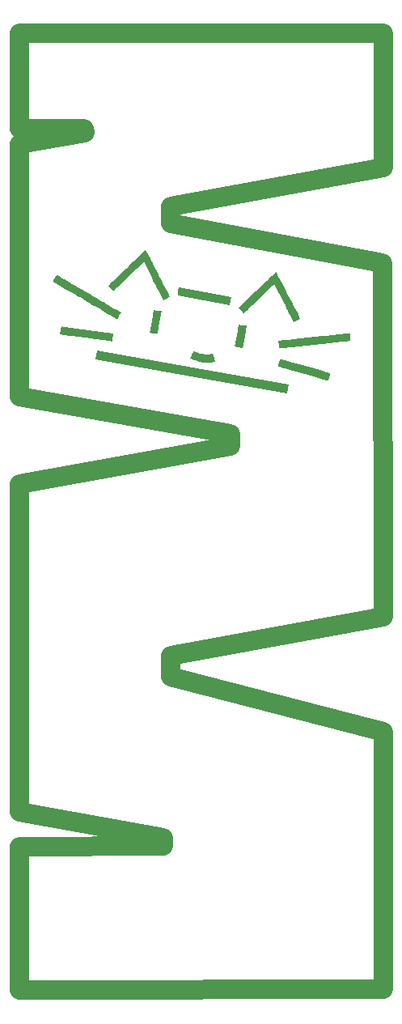
<source format=gbr>
%TF.GenerationSoftware,KiCad,Pcbnew,9.0.6*%
%TF.CreationDate,2025-12-26T03:05:52+01:00*%
%TF.ProjectId,secondary_mmc,7365636f-6e64-4617-9279-5f6d6d632e6b,rev?*%
%TF.SameCoordinates,Original*%
%TF.FileFunction,Legend,Bot*%
%TF.FilePolarity,Positive*%
%FSLAX46Y46*%
G04 Gerber Fmt 4.6, Leading zero omitted, Abs format (unit mm)*
G04 Created by KiCad (PCBNEW 9.0.6) date 2025-12-26 03:05:52*
%MOMM*%
%LPD*%
G01*
G04 APERTURE LIST*
%ADD10C,2.000000*%
%ADD11C,0.000000*%
G04 APERTURE END LIST*
D10*
X50025000Y-26033620D02*
X27802249Y-30133620D01*
X27805145Y-31923661D01*
X50012200Y-36040861D01*
X50025000Y-73033620D01*
X27812600Y-77127716D01*
X27812600Y-79281620D01*
X50025000Y-85033620D01*
X50025000Y-112033620D01*
X11948800Y-112084420D01*
X11948800Y-97084420D01*
X27025016Y-97046272D01*
X27025200Y-96147220D01*
X11948800Y-93454820D01*
X11938000Y-59182000D01*
X34086400Y-55177020D01*
X34086400Y-53921603D01*
X12000000Y-50000000D01*
X11948800Y-23633620D01*
X18790406Y-22427546D01*
X18775000Y-22033620D01*
X11948800Y-22033620D01*
X11948800Y-12033620D01*
X50025000Y-12033620D01*
X50025000Y-26033620D01*
D11*
%TO.C,G\u002A\u002A\u002A*%
G36*
X30102443Y-46990057D02*
G01*
X40131687Y-48758483D01*
X40053090Y-49204228D01*
X39974494Y-49649972D01*
X29945249Y-47881545D01*
X19916004Y-46113119D01*
X19994601Y-45667375D01*
X20073198Y-45221630D01*
X30102443Y-46990057D01*
G37*
G36*
X30200777Y-45257363D02*
G01*
X30250747Y-45273942D01*
X30332586Y-45303851D01*
X30435263Y-45343135D01*
X30532016Y-45380585D01*
X30705546Y-45445405D01*
X30847539Y-45493678D01*
X30969745Y-45528555D01*
X31083906Y-45553183D01*
X31201769Y-45570707D01*
X31335079Y-45584278D01*
X31466249Y-45594708D01*
X31636346Y-45603273D01*
X31775448Y-45602168D01*
X31896637Y-45591112D01*
X32012992Y-45569828D01*
X32048200Y-45561852D01*
X32122947Y-45546476D01*
X32177591Y-45544017D01*
X32217756Y-45560902D01*
X32249066Y-45603557D01*
X32277148Y-45678407D01*
X32307624Y-45791878D01*
X32346121Y-45950395D01*
X32366807Y-46036517D01*
X32396718Y-46164118D01*
X32419761Y-46266391D01*
X32433972Y-46334544D01*
X32437394Y-46359786D01*
X32366299Y-46378970D01*
X32237588Y-46404965D01*
X32083152Y-46429978D01*
X31918547Y-46451977D01*
X31759335Y-46468934D01*
X31621076Y-46478817D01*
X31519329Y-46479595D01*
X31486892Y-46477300D01*
X31335204Y-46459152D01*
X31152268Y-46428644D01*
X30953477Y-46389009D01*
X30754227Y-46343485D01*
X30569914Y-46295307D01*
X30415933Y-46247710D01*
X30366692Y-46230393D01*
X30219869Y-46175467D01*
X30085027Y-46120466D01*
X29971794Y-46069633D01*
X29889800Y-46027221D01*
X29848670Y-45997473D01*
X29848218Y-45995387D01*
X29858772Y-45959163D01*
X29887236Y-45887502D01*
X29928879Y-45790663D01*
X29978973Y-45678906D01*
X30032789Y-45562491D01*
X30085597Y-45451679D01*
X30132669Y-45356728D01*
X30169276Y-45287901D01*
X30190690Y-45255453D01*
X30200777Y-45257363D01*
G37*
G36*
X16430259Y-42687351D02*
G01*
X16445264Y-42689719D01*
X16511864Y-42699280D01*
X16625532Y-42715104D01*
X16782543Y-42736684D01*
X16979171Y-42763518D01*
X17211695Y-42795101D01*
X17476386Y-42830926D01*
X17769522Y-42870493D01*
X18087377Y-42913293D01*
X18426229Y-42958823D01*
X18782350Y-43006579D01*
X19152018Y-43056056D01*
X19366338Y-43084748D01*
X19725383Y-43132970D01*
X20067228Y-43179075D01*
X20388315Y-43222573D01*
X20685086Y-43262975D01*
X20953981Y-43299793D01*
X21191442Y-43332534D01*
X21393910Y-43360711D01*
X21557828Y-43383834D01*
X21679635Y-43401413D01*
X21755774Y-43412957D01*
X21782686Y-43417979D01*
X21783256Y-43426539D01*
X21779618Y-43478479D01*
X21770455Y-43569022D01*
X21756761Y-43688739D01*
X21739529Y-43828200D01*
X21688566Y-44227213D01*
X21334725Y-44182121D01*
X21246420Y-44170760D01*
X21098940Y-44151575D01*
X20914896Y-44127477D01*
X20703147Y-44099633D01*
X20472556Y-44069206D01*
X20231981Y-44037363D01*
X19990284Y-44005271D01*
X19863780Y-43988479D01*
X19598579Y-43953432D01*
X19298150Y-43913892D01*
X18973840Y-43871347D01*
X18637004Y-43827278D01*
X18298991Y-43783176D01*
X17971156Y-43740527D01*
X17664847Y-43700815D01*
X17607219Y-43693353D01*
X17347352Y-43659547D01*
X17103200Y-43627535D01*
X16880060Y-43598030D01*
X16683235Y-43571741D01*
X16518025Y-43549379D01*
X16389730Y-43531659D01*
X16303650Y-43519289D01*
X16265088Y-43512981D01*
X16200168Y-43497846D01*
X16265764Y-43083603D01*
X16331361Y-42669362D01*
X16430259Y-42687351D01*
G37*
G36*
X39338872Y-46086785D02*
G01*
X39351840Y-46090958D01*
X39413861Y-46109521D01*
X39521636Y-46141077D01*
X39671570Y-46184594D01*
X39860061Y-46239035D01*
X40083518Y-46303367D01*
X40338341Y-46376559D01*
X40620933Y-46457574D01*
X40927699Y-46545379D01*
X41255039Y-46638943D01*
X41599358Y-46737228D01*
X41957060Y-46839204D01*
X42156770Y-46896128D01*
X42504860Y-46995463D01*
X42836345Y-47090210D01*
X43147762Y-47179373D01*
X43435651Y-47261953D01*
X43696551Y-47336954D01*
X43926998Y-47403380D01*
X44123533Y-47460232D01*
X44282693Y-47506516D01*
X44401017Y-47541231D01*
X44475043Y-47563384D01*
X44501310Y-47571976D01*
X44501299Y-47579457D01*
X44491861Y-47627538D01*
X44472148Y-47710139D01*
X44445178Y-47815969D01*
X44413969Y-47933740D01*
X44381541Y-48052159D01*
X44350909Y-48159936D01*
X44325095Y-48245782D01*
X44307114Y-48298405D01*
X44285726Y-48332628D01*
X44251742Y-48350103D01*
X44240421Y-48347270D01*
X44182972Y-48331434D01*
X44081243Y-48302792D01*
X43939386Y-48262540D01*
X43761551Y-48211869D01*
X43551889Y-48151977D01*
X43314552Y-48084057D01*
X43053689Y-48009304D01*
X42773451Y-47928912D01*
X42477990Y-47844076D01*
X42171457Y-47755991D01*
X41858001Y-47665852D01*
X41541774Y-47574852D01*
X41226927Y-47484188D01*
X40917609Y-47395053D01*
X40617973Y-47308640D01*
X40332167Y-47226148D01*
X40064346Y-47148767D01*
X39818657Y-47077695D01*
X39599253Y-47014126D01*
X39410283Y-46959253D01*
X39255899Y-46914272D01*
X39140251Y-46880377D01*
X39067490Y-46858764D01*
X39041770Y-46850626D01*
X39041701Y-46848207D01*
X39050230Y-46809823D01*
X39070737Y-46732457D01*
X39100628Y-46625655D01*
X39137311Y-46498959D01*
X39145309Y-46471679D01*
X39182709Y-46342549D01*
X39214274Y-46231060D01*
X39236890Y-46148345D01*
X39247440Y-46105536D01*
X39254468Y-46083139D01*
X39280800Y-46070981D01*
X39338872Y-46086785D01*
G37*
G36*
X26424697Y-41015584D02*
G01*
X26831110Y-41087246D01*
X26623060Y-42267158D01*
X26415010Y-43447068D01*
X26008596Y-43375406D01*
X25602182Y-43303744D01*
X25810233Y-42123834D01*
X26018283Y-40943923D01*
X26424697Y-41015584D01*
G37*
G36*
X35335717Y-42532766D02*
G01*
X35755241Y-42606740D01*
X35549503Y-43773541D01*
X35343764Y-44940342D01*
X34924240Y-44866369D01*
X34504716Y-44792395D01*
X34710454Y-43625594D01*
X34916193Y-42458793D01*
X35335717Y-42532766D01*
G37*
G36*
X46607688Y-43779623D02*
G01*
X46615540Y-43849693D01*
X46628728Y-43980157D01*
X46637524Y-44086102D01*
X46641201Y-44158087D01*
X46639030Y-44186671D01*
X46623700Y-44189025D01*
X46559042Y-44196766D01*
X46446643Y-44209449D01*
X46289518Y-44226747D01*
X46090680Y-44248341D01*
X45853144Y-44273909D01*
X45579923Y-44303132D01*
X45274032Y-44335685D01*
X44938485Y-44371250D01*
X44576295Y-44409504D01*
X44190477Y-44450125D01*
X43784044Y-44492794D01*
X43360011Y-44537187D01*
X42921392Y-44582986D01*
X42600579Y-44616419D01*
X42171865Y-44661031D01*
X41759758Y-44703842D01*
X41367284Y-44744537D01*
X40997475Y-44782809D01*
X40653360Y-44818344D01*
X40337968Y-44850832D01*
X40054330Y-44879960D01*
X39805474Y-44905416D01*
X39594430Y-44926891D01*
X39424230Y-44944072D01*
X39297900Y-44956647D01*
X39218472Y-44964305D01*
X39188975Y-44966735D01*
X39185850Y-44963341D01*
X39173935Y-44922172D01*
X39158758Y-44843178D01*
X39141788Y-44737590D01*
X39124505Y-44616643D01*
X39108380Y-44491570D01*
X39094892Y-44373603D01*
X39085512Y-44273976D01*
X39081716Y-44203922D01*
X39084980Y-44174673D01*
X39086014Y-44174490D01*
X39121992Y-44170293D01*
X39206584Y-44160971D01*
X39336130Y-44146912D01*
X39506967Y-44128501D01*
X39715434Y-44106129D01*
X39957871Y-44080182D01*
X40230616Y-44051052D01*
X40530007Y-44019123D01*
X40852384Y-43984786D01*
X41194086Y-43948428D01*
X41551451Y-43910438D01*
X41920820Y-43871203D01*
X42298528Y-43831112D01*
X42680918Y-43790553D01*
X43064324Y-43749916D01*
X43445088Y-43709586D01*
X43819550Y-43669952D01*
X44184046Y-43631406D01*
X44534917Y-43594330D01*
X44868499Y-43559118D01*
X45181133Y-43526155D01*
X45469157Y-43495829D01*
X45728911Y-43468530D01*
X45956733Y-43444644D01*
X46148962Y-43424563D01*
X46301935Y-43408671D01*
X46411993Y-43397359D01*
X46475476Y-43391013D01*
X46561824Y-43382744D01*
X46607688Y-43779623D01*
G37*
G36*
X15862081Y-37280436D02*
G01*
X15914684Y-37306637D01*
X16007617Y-37356770D01*
X16137475Y-37428889D01*
X16300850Y-37521049D01*
X16494338Y-37631307D01*
X16714529Y-37757720D01*
X16958017Y-37898341D01*
X17221398Y-38051228D01*
X17501261Y-38214434D01*
X17794203Y-38386017D01*
X18074890Y-38550774D01*
X18539359Y-38823409D01*
X18961740Y-39071341D01*
X19344486Y-39296010D01*
X19690050Y-39498858D01*
X20000888Y-39681325D01*
X20279452Y-39844853D01*
X20528198Y-39990880D01*
X20749577Y-40120850D01*
X20946046Y-40236202D01*
X21120057Y-40338378D01*
X21274066Y-40428818D01*
X21410523Y-40508964D01*
X21531886Y-40580255D01*
X21640606Y-40644134D01*
X21739140Y-40702039D01*
X21829939Y-40755414D01*
X21915460Y-40805699D01*
X21998154Y-40854334D01*
X22080475Y-40902760D01*
X22609023Y-41213705D01*
X22422441Y-41569917D01*
X22388133Y-41635344D01*
X22327646Y-41750326D01*
X22278907Y-41842474D01*
X22246220Y-41903668D01*
X22233888Y-41925788D01*
X22233796Y-41925741D01*
X22208367Y-41911044D01*
X22139605Y-41871144D01*
X22030058Y-41807520D01*
X21882275Y-41721654D01*
X21698806Y-41615029D01*
X21482198Y-41489126D01*
X21234999Y-41345424D01*
X20959758Y-41185407D01*
X20659022Y-41010557D01*
X20335343Y-40822354D01*
X19991265Y-40622281D01*
X19629340Y-40411818D01*
X19252114Y-40192446D01*
X18862137Y-39965647D01*
X18844001Y-39955100D01*
X18454015Y-39728293D01*
X18076579Y-39508786D01*
X17714267Y-39298076D01*
X17369655Y-39097662D01*
X17045320Y-38909040D01*
X16743835Y-38733711D01*
X16467777Y-38573169D01*
X16219721Y-38428914D01*
X16002243Y-38302445D01*
X15817918Y-38195256D01*
X15669322Y-38108848D01*
X15559030Y-38044718D01*
X15489617Y-38004363D01*
X15463662Y-37989280D01*
X15462326Y-37964190D01*
X15488992Y-37896768D01*
X15545352Y-37786924D01*
X15631725Y-37633984D01*
X15662402Y-37581423D01*
X15730654Y-37466356D01*
X15788426Y-37371497D01*
X15830389Y-37305508D01*
X15851215Y-37277061D01*
X15862081Y-37280436D01*
G37*
G36*
X25187119Y-34674863D02*
G01*
X25217306Y-34730664D01*
X25268385Y-34827215D01*
X25338387Y-34960699D01*
X25425346Y-35127302D01*
X25527291Y-35323206D01*
X25642255Y-35544596D01*
X25768270Y-35787657D01*
X25903367Y-36048572D01*
X26045580Y-36323526D01*
X26192937Y-36608702D01*
X26343475Y-36900286D01*
X26495222Y-37194459D01*
X26646209Y-37487408D01*
X26794471Y-37775316D01*
X26938039Y-38054367D01*
X27074944Y-38320745D01*
X27203217Y-38570634D01*
X27320893Y-38800220D01*
X27426000Y-39005685D01*
X27516573Y-39183213D01*
X27590641Y-39328989D01*
X27646239Y-39439198D01*
X27681395Y-39510022D01*
X27694144Y-39537646D01*
X27691212Y-39542998D01*
X27654320Y-39571713D01*
X27581735Y-39618082D01*
X27481665Y-39677015D01*
X27362325Y-39743420D01*
X27026113Y-39925704D01*
X26855720Y-39594693D01*
X26836121Y-39556553D01*
X26782830Y-39452588D01*
X26709172Y-39308670D01*
X26617621Y-39129640D01*
X26510648Y-38920339D01*
X26390730Y-38685611D01*
X26260340Y-38430299D01*
X26121953Y-38159242D01*
X25978041Y-37877283D01*
X25831080Y-37589266D01*
X24976833Y-35914850D01*
X24918870Y-35968504D01*
X24913553Y-35973524D01*
X24873412Y-36012057D01*
X24799082Y-36083766D01*
X24693574Y-36185737D01*
X24559897Y-36315055D01*
X24401060Y-36468810D01*
X24220074Y-36644084D01*
X24019948Y-36837964D01*
X23803689Y-37047538D01*
X23574312Y-37269891D01*
X23334822Y-37502108D01*
X23244389Y-37589770D01*
X23009916Y-37816690D01*
X22787434Y-38031488D01*
X22579852Y-38231384D01*
X22390080Y-38413598D01*
X22221023Y-38575352D01*
X22075591Y-38713867D01*
X21956691Y-38826364D01*
X21867233Y-38910063D01*
X21810123Y-38962187D01*
X21788270Y-38979956D01*
X21782908Y-38976972D01*
X21746630Y-38944894D01*
X21683962Y-38883304D01*
X21601945Y-38799230D01*
X21507619Y-38699706D01*
X21247433Y-38421558D01*
X21442409Y-38235363D01*
X21442421Y-38235351D01*
X21490367Y-38189459D01*
X21573623Y-38109646D01*
X21689098Y-37998878D01*
X21833700Y-37860126D01*
X22004338Y-37696355D01*
X22197921Y-37510533D01*
X22411358Y-37305627D01*
X22641560Y-37084603D01*
X22885431Y-36850429D01*
X23139883Y-36606073D01*
X23401826Y-36354501D01*
X23436692Y-36321016D01*
X23692295Y-36075719D01*
X23936578Y-35841593D01*
X24166835Y-35621212D01*
X24380362Y-35417153D01*
X24574454Y-35231989D01*
X24746404Y-35068297D01*
X24893511Y-34928654D01*
X25013067Y-34815630D01*
X25102371Y-34731806D01*
X25158715Y-34679753D01*
X25179393Y-34662049D01*
X25187119Y-34674863D01*
G37*
G36*
X38836257Y-36977567D02*
G01*
X38856625Y-37011330D01*
X38892532Y-37075746D01*
X38944605Y-37172012D01*
X39013463Y-37301323D01*
X39099730Y-37464878D01*
X39204030Y-37663870D01*
X39326984Y-37899498D01*
X39469216Y-38172957D01*
X39631349Y-38485445D01*
X39814004Y-38838156D01*
X40017806Y-39232286D01*
X40243376Y-39669035D01*
X40491339Y-40149597D01*
X40762316Y-40675167D01*
X41056930Y-41246944D01*
X41372864Y-41860266D01*
X41023914Y-42046558D01*
X41012880Y-42052442D01*
X40875012Y-42124435D01*
X40776423Y-42172020D01*
X40710934Y-42197646D01*
X40672361Y-42203759D01*
X40654524Y-42192808D01*
X40649117Y-42182223D01*
X40621519Y-42128201D01*
X40572536Y-42032323D01*
X40503995Y-41898168D01*
X40417730Y-41729321D01*
X40315568Y-41529364D01*
X40199342Y-41301880D01*
X40070882Y-41050450D01*
X39932017Y-40778658D01*
X39784579Y-40490087D01*
X39630398Y-40188319D01*
X38626712Y-38223870D01*
X38444315Y-38399117D01*
X38405506Y-38436494D01*
X38326965Y-38512287D01*
X38216626Y-38618856D01*
X38078002Y-38752802D01*
X37914614Y-38910726D01*
X37729973Y-39089227D01*
X37527601Y-39284909D01*
X37311009Y-39494371D01*
X37083718Y-39714214D01*
X36849241Y-39941038D01*
X36621868Y-40160649D01*
X36341597Y-40430130D01*
X36098567Y-40662218D01*
X35892576Y-40857101D01*
X35723424Y-41014967D01*
X35590907Y-41136003D01*
X35494828Y-41220398D01*
X35434981Y-41268338D01*
X35411166Y-41280010D01*
X35407996Y-41276555D01*
X35374181Y-41239711D01*
X35313541Y-41173656D01*
X35233571Y-41086547D01*
X35141754Y-40986544D01*
X34897743Y-40720778D01*
X34971168Y-40648106D01*
X35034050Y-40586326D01*
X35139264Y-40483965D01*
X35271766Y-40355828D01*
X35428422Y-40204894D01*
X35606106Y-40034145D01*
X35801684Y-39846564D01*
X36012027Y-39645132D01*
X36234003Y-39432828D01*
X36464485Y-39212639D01*
X36700340Y-38987543D01*
X36938438Y-38760522D01*
X37175650Y-38534561D01*
X37408843Y-38312636D01*
X37634889Y-38097731D01*
X37850656Y-37892830D01*
X38053016Y-37700913D01*
X38238835Y-37524960D01*
X38404986Y-37367956D01*
X38548338Y-37232881D01*
X38665760Y-37122715D01*
X38754120Y-37040442D01*
X38810291Y-36989043D01*
X38831138Y-36971500D01*
X38836257Y-36977567D01*
G37*
G36*
X31415407Y-39083892D02*
G01*
X34155423Y-39567031D01*
X34079138Y-39999665D01*
X34002853Y-40432300D01*
X31262837Y-39949161D01*
X28522820Y-39466023D01*
X28599106Y-39033388D01*
X28675391Y-38600754D01*
X31415407Y-39083892D01*
G37*
%TD*%
M02*

</source>
